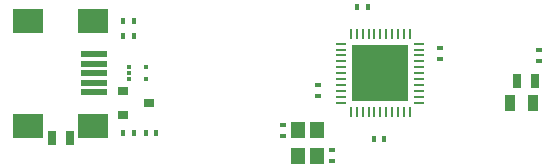
<source format=gtp>
G04 (created by PCBNEW (2013-june-11)-stable) date Wed 19 Feb 2014 08:18:19 PM PST*
%MOIN*%
G04 Gerber Fmt 3.4, Leading zero omitted, Abs format*
%FSLAX34Y34*%
G01*
G70*
G90*
G04 APERTURE LIST*
%ADD10C,0.00590551*%
%ADD11R,0.035X0.055*%
%ADD12R,0.0354331X0.0314961*%
%ADD13R,0.0906X0.0197*%
%ADD14R,0.0984X0.0787*%
%ADD15R,0.0177X0.0118*%
%ADD16R,0.0452756X0.0551181*%
%ADD17R,0.025X0.045*%
%ADD18R,0.0157X0.0236*%
%ADD19R,0.0236X0.0157*%
%ADD20R,0.03543X0.01102*%
%ADD21R,0.01102X0.03543*%
%ADD22R,0.18503X0.18503*%
G04 APERTURE END LIST*
G54D10*
G54D11*
X77475Y-34500D03*
X76725Y-34500D03*
G54D12*
X63811Y-34106D03*
X63811Y-34893D03*
X64677Y-34500D03*
G54D13*
X62858Y-32870D03*
X62858Y-33185D03*
X62858Y-33500D03*
X62858Y-33815D03*
X62858Y-34130D03*
G54D14*
X62819Y-31748D03*
X60654Y-31748D03*
X62819Y-35252D03*
X60654Y-35252D03*
G54D15*
X64024Y-33303D03*
X64024Y-33697D03*
X64576Y-33303D03*
X64024Y-33500D03*
X64576Y-33697D03*
G54D16*
X70279Y-36250D03*
X70279Y-35383D03*
X69650Y-35383D03*
X69650Y-36250D03*
G54D17*
X77550Y-33750D03*
X76950Y-33750D03*
G54D18*
X63823Y-32250D03*
X64177Y-32250D03*
G54D19*
X77700Y-32723D03*
X77700Y-33077D03*
G54D18*
X64177Y-31750D03*
X63823Y-31750D03*
X63823Y-35500D03*
X64177Y-35500D03*
X64927Y-35500D03*
X64573Y-35500D03*
X72173Y-35700D03*
X72527Y-35700D03*
G54D19*
X74400Y-32673D03*
X74400Y-33027D03*
G54D18*
X71623Y-31300D03*
X71977Y-31300D03*
G54D19*
X70310Y-34247D03*
X70310Y-33893D03*
X69150Y-35577D03*
X69150Y-35223D03*
X70800Y-36073D03*
X70800Y-36427D03*
G54D20*
X73699Y-34484D03*
X73699Y-34287D03*
X73699Y-34090D03*
X73699Y-33893D03*
X73699Y-33696D03*
X73699Y-33500D03*
X73699Y-33303D03*
X73699Y-33106D03*
X73699Y-32909D03*
X73699Y-32712D03*
X73699Y-32515D03*
G54D21*
X73384Y-32200D03*
X73187Y-32200D03*
X72990Y-32200D03*
X72793Y-32200D03*
X72596Y-32200D03*
X72400Y-32200D03*
X72203Y-32200D03*
X72006Y-32200D03*
X71809Y-32200D03*
X71612Y-32200D03*
X71415Y-32200D03*
G54D20*
X71100Y-32515D03*
X71100Y-32712D03*
X71100Y-32909D03*
X71100Y-33106D03*
X71100Y-33303D03*
X71100Y-33500D03*
X71100Y-33696D03*
X71100Y-33893D03*
X71100Y-34090D03*
X71100Y-34287D03*
X71100Y-34484D03*
G54D21*
X71415Y-34799D03*
X71612Y-34799D03*
X71809Y-34799D03*
X72006Y-34799D03*
X72203Y-34799D03*
X72400Y-34799D03*
X72596Y-34799D03*
X72793Y-34799D03*
X72990Y-34799D03*
X73187Y-34799D03*
X73384Y-34799D03*
G54D22*
X72400Y-33500D03*
G54D17*
X61450Y-35675D03*
X62050Y-35675D03*
M02*

</source>
